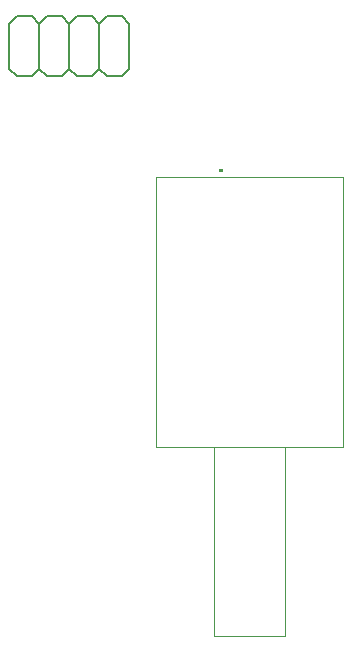
<source format=gto>
G04 EAGLE Gerber RS-274X export*
G75*
%MOMM*%
%FSLAX34Y34*%
%LPD*%
%INTop Silkscreen*%
%IPPOS*%
%AMOC8*
5,1,8,0,0,1.08239X$1,22.5*%
G01*
%ADD10C,0.100000*%
%ADD11C,0.200000*%
%ADD12C,0.200000*%
%ADD13C,0.152400*%


D10*
X320900Y613400D02*
X320900Y384800D01*
X161900Y384800D01*
X161900Y613400D01*
X320900Y613400D01*
X271270Y384800D02*
X271270Y224800D01*
X211330Y224800D01*
X211330Y384800D01*
X271270Y384800D01*
D11*
X216900Y618900D03*
D12*
X216902Y618856D01*
X216908Y618813D01*
X216917Y618771D01*
X216930Y618729D01*
X216947Y618689D01*
X216967Y618650D01*
X216990Y618613D01*
X217017Y618579D01*
X217046Y618546D01*
X217079Y618517D01*
X217113Y618490D01*
X217150Y618467D01*
X217189Y618447D01*
X217229Y618430D01*
X217271Y618417D01*
X217313Y618408D01*
X217356Y618402D01*
X217400Y618400D01*
X217444Y618402D01*
X217487Y618408D01*
X217529Y618417D01*
X217571Y618430D01*
X217611Y618447D01*
X217650Y618467D01*
X217687Y618490D01*
X217721Y618517D01*
X217754Y618546D01*
X217783Y618579D01*
X217810Y618613D01*
X217833Y618650D01*
X217853Y618689D01*
X217870Y618729D01*
X217883Y618771D01*
X217892Y618813D01*
X217898Y618856D01*
X217900Y618900D01*
D11*
X217900Y618900D03*
D12*
X217898Y618944D01*
X217892Y618987D01*
X217883Y619029D01*
X217870Y619071D01*
X217853Y619111D01*
X217833Y619150D01*
X217810Y619187D01*
X217783Y619221D01*
X217754Y619254D01*
X217721Y619283D01*
X217687Y619310D01*
X217650Y619333D01*
X217611Y619353D01*
X217571Y619370D01*
X217529Y619383D01*
X217487Y619392D01*
X217444Y619398D01*
X217400Y619400D01*
X217356Y619398D01*
X217313Y619392D01*
X217271Y619383D01*
X217229Y619370D01*
X217189Y619353D01*
X217150Y619333D01*
X217113Y619310D01*
X217079Y619283D01*
X217046Y619254D01*
X217017Y619221D01*
X216990Y619187D01*
X216967Y619150D01*
X216947Y619111D01*
X216930Y619071D01*
X216917Y619029D01*
X216908Y618987D01*
X216902Y618944D01*
X216900Y618900D01*
D11*
X216900Y618900D03*
D12*
X216902Y618856D01*
X216908Y618813D01*
X216917Y618771D01*
X216930Y618729D01*
X216947Y618689D01*
X216967Y618650D01*
X216990Y618613D01*
X217017Y618579D01*
X217046Y618546D01*
X217079Y618517D01*
X217113Y618490D01*
X217150Y618467D01*
X217189Y618447D01*
X217229Y618430D01*
X217271Y618417D01*
X217313Y618408D01*
X217356Y618402D01*
X217400Y618400D01*
X217444Y618402D01*
X217487Y618408D01*
X217529Y618417D01*
X217571Y618430D01*
X217611Y618447D01*
X217650Y618467D01*
X217687Y618490D01*
X217721Y618517D01*
X217754Y618546D01*
X217783Y618579D01*
X217810Y618613D01*
X217833Y618650D01*
X217853Y618689D01*
X217870Y618729D01*
X217883Y618771D01*
X217892Y618813D01*
X217898Y618856D01*
X217900Y618900D01*
D13*
X139700Y742950D02*
X133350Y749300D01*
X120650Y749300D02*
X114300Y742950D01*
X107950Y749300D01*
X95250Y749300D02*
X88900Y742950D01*
X82550Y749300D01*
X69850Y749300D02*
X63500Y742950D01*
X139700Y742950D02*
X139700Y704850D01*
X133350Y698500D01*
X120650Y698500D01*
X114300Y704850D01*
X107950Y698500D01*
X95250Y698500D01*
X88900Y704850D01*
X82550Y698500D01*
X69850Y698500D01*
X63500Y704850D01*
X114300Y704850D02*
X114300Y742950D01*
X88900Y742950D02*
X88900Y704850D01*
X63500Y704850D02*
X63500Y742950D01*
X69850Y749300D02*
X82550Y749300D01*
X95250Y749300D02*
X107950Y749300D01*
X120650Y749300D02*
X133350Y749300D01*
X63500Y742950D02*
X57150Y749300D01*
X44450Y749300D02*
X38100Y742950D01*
X63500Y704850D02*
X57150Y698500D01*
X44450Y698500D01*
X38100Y704850D01*
X38100Y742950D01*
X44450Y749300D02*
X57150Y749300D01*
M02*

</source>
